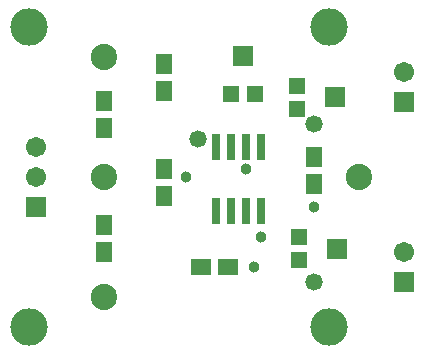
<source format=gbr>
G04 DipTrace 3.3.1.3*
G04 TopMask.gbr*
%MOIN*%
G04 #@! TF.FileFunction,Soldermask,Top*
G04 #@! TF.Part,Single*
%ADD33C,0.125*%
%ADD37C,0.05788*%
%ADD39C,0.03788*%
%ADD41R,0.031502X0.08662*%
%ADD43C,0.08788*%
%ADD45R,0.066935X0.070872*%
%ADD47R,0.070872X0.066935*%
%ADD49R,0.055124X0.055124*%
%ADD51C,0.06725*%
%ADD53R,0.06725X0.06725*%
%ADD55R,0.06788X0.05788*%
%ADD57R,0.05788X0.06788*%
%FSLAX26Y26*%
G04*
G70*
G90*
G75*
G01*
G04 TopMask*
%LPD*%
D39*
X875000Y400000D3*
X625000Y600000D3*
X825000Y625000D3*
X850000Y300000D3*
X1050000Y500000D3*
D37*
Y250000D3*
Y775000D3*
X662500Y725000D3*
D57*
X350000Y350000D3*
Y440000D3*
Y762500D3*
Y852500D3*
X550000Y625000D3*
Y535000D3*
D33*
X1100000Y1100000D3*
Y100000D3*
X100000Y1100000D3*
Y100000D3*
D53*
X125000Y500000D3*
D51*
Y598425D3*
Y698425D3*
D53*
X1350000Y850000D3*
D51*
Y948425D3*
D53*
Y250000D3*
D51*
Y348425D3*
D57*
X550000Y887500D3*
Y977500D3*
D49*
X775000Y875000D3*
D47*
X814370Y1001772D3*
D49*
X853740Y875040D3*
D57*
X1050000Y575000D3*
Y665000D3*
D55*
X675000Y300000D3*
X765000D3*
D49*
X992323Y903740D3*
D45*
X1119095Y864370D3*
D49*
X992363Y825000D3*
X1000000Y400000D3*
D45*
X1126772Y360630D3*
D49*
X1000040Y321260D3*
D43*
X350000Y200000D3*
Y600000D3*
Y1000000D3*
X1200000Y600000D3*
D41*
X875000Y700000D3*
X825000D3*
X775000D3*
X725000D3*
Y487402D3*
X775000D3*
X825000D3*
X875000D3*
M02*

</source>
